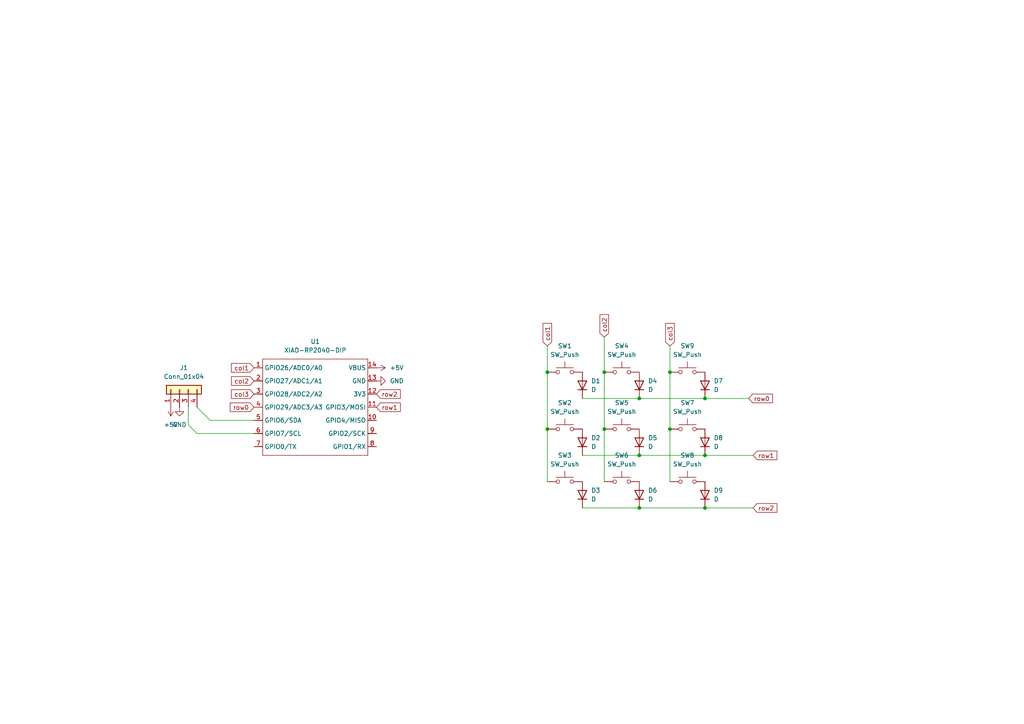
<source format=kicad_sch>
(kicad_sch (version 20250114) (generator "eeschema") (generator_version "9.0")
  (paper "A4")
  (lib_symbols
    (symbol "Connector_Generic:Conn_01x04" (pin_names (offset 1.016) (hide yes))
      (property "Reference" "J" (at 0 5.08 0))
      (property "Value" "Conn_01x04" (at 0 -7.62 0))
      (symbol "Conn_01x04_1_1"
        (rectangle (start -1.27 3.81) (end 1.27 -6.35) (stroke (width 0.254)) (fill (type background)))
        (rectangle (start -1.27 2.667) (end 0 2.413) (stroke (width 0.1524)))
        (rectangle (start -1.27 0.127) (end 0 -0.127) (stroke (width 0.1524)))
        (rectangle (start -1.27 -2.413) (end 0 -2.667) (stroke (width 0.1524)))
        (rectangle (start -1.27 -4.953) (end 0 -5.207) (stroke (width 0.1524)))
        (pin passive line (at -5.08 2.54 0) (length 3.81) (name "Pin_1") (number "1"))
        (pin passive line (at -5.08 0 0) (length 3.81) (name "Pin_2") (number "2"))
        (pin passive line (at -5.08 -2.54 0) (length 3.81) (name "Pin_3") (number "3"))
        (pin passive line (at -5.08 -5.08 0) (length 3.81) (name "Pin_4") (number "4"))
      )
    )
    (symbol "Device:D" (pin_numbers (hide yes)) (pin_names (offset 1.016) (hide yes))
      (property "Reference" "D" (at 0 2.54 0))
      (property "Value" "D" (at 0 -2.54 0))
      (symbol "D_0_1"
        (polyline (pts (xy -1.27 1.27) (xy -1.27 -1.27)) (stroke (width 0.254)))
        (polyline (pts (xy 1.27 1.27) (xy 1.27 -1.27) (xy -1.27 0) (xy 1.27 1.27)) (stroke (width 0.254)))
        (polyline (pts (xy 1.27 0) (xy -1.27 0)))
      )
      (symbol "D_1_1"
        (pin passive line (at -3.81 0 0) (length 2.54) (name "K") (number "1"))
        (pin passive line (at 3.81 0 180) (length 2.54) (name "A") (number "2"))
      )
    )
    (symbol "Seeed_Studio_XIAO_Series:XIAO-RP2040-DIP"
      (property "Reference" "U" (at 0 0 0))
      (property "Value" "XIAO-RP2040-DIP" (at 5.334 -1.778 0))
      (symbol "XIAO-RP2040-DIP_1_0"
        (polyline (pts (xy -1.27 -2.54) (xy 29.21 -2.54)) (stroke (width 0.1524)))
        (polyline (pts (xy -1.27 -5.08) (xy -2.54 -5.08)) (stroke (width 0.1524)))
        (polyline (pts (xy -1.27 -5.08) (xy -1.27 -2.54)) (stroke (width 0.1524)))
        (polyline (pts (xy -1.27 -8.89) (xy -2.54 -8.89)) (stroke (width 0.1524)))
        (polyline (pts (xy -1.27 -8.89) (xy -1.27 -5.08)) (stroke (width 0.1524)))
        (polyline (pts (xy -1.27 -12.7) (xy -2.54 -12.7)) (stroke (width 0.1524)))
        (polyline (pts (xy -1.27 -12.7) (xy -1.27 -8.89)) (stroke (width 0.1524)))
        (polyline (pts (xy -1.27 -16.51) (xy -2.54 -16.51)) (stroke (width 0.1524)))
        (polyline (pts (xy -1.27 -16.51) (xy -1.27 -12.7)) (stroke (width 0.1524)))
        (polyline (pts (xy -1.27 -20.32) (xy -2.54 -20.32)) (stroke (width 0.1524)))
        (polyline (pts (xy -1.27 -24.13) (xy -2.54 -24.13)) (stroke (width 0.1524)))
        (polyline (pts (xy -1.27 -27.94) (xy -2.54 -27.94)) (stroke (width 0.1524)))
        (polyline (pts (xy -1.27 -30.48) (xy -1.27 -16.51)) (stroke (width 0.1524)))
        (polyline (pts (xy 29.21 -2.54) (xy 29.21 -5.08)) (stroke (width 0.1524)))
        (polyline (pts (xy 29.21 -5.08) (xy 29.21 -8.89)) (stroke (width 0.1524)))
        (polyline (pts (xy 29.21 -8.89) (xy 29.21 -12.7)) (stroke (width 0.1524)))
        (polyline (pts (xy 29.21 -12.7) (xy 29.21 -30.48)) (stroke (width 0.1524)))
        (polyline (pts (xy 29.21 -30.48) (xy -1.27 -30.48)) (stroke (width 0.1524)))
        (polyline (pts (xy 30.48 -5.08) (xy 29.21 -5.08)) (stroke (width 0.1524)))
        (polyline (pts (xy 30.48 -8.89) (xy 29.21 -8.89)) (stroke (width 0.1524)))
        (polyline (pts (xy 30.48 -12.7) (xy 29.21 -12.7)) (stroke (width 0.1524)))
        (polyline (pts (xy 30.48 -16.51) (xy 29.21 -16.51)) (stroke (width 0.1524)))
        (polyline (pts (xy 30.48 -20.32) (xy 29.21 -20.32)) (stroke (width 0.1524)))
        (polyline (pts (xy 30.48 -24.13) (xy 29.21 -24.13)) (stroke (width 0.1524)))
        (polyline (pts (xy 30.48 -27.94) (xy 29.21 -27.94)) (stroke (width 0.1524)))
        (pin passive line (at -3.81 -5.08 0) (length 2.54) (name "GPIO26/ADC0/A0") (number "1"))
        (pin passive line (at -3.81 -8.89 0) (length 2.54) (name "GPIO27/ADC1/A1") (number "2"))
        (pin passive line (at -3.81 -12.7 0) (length 2.54) (name "GPIO28/ADC2/A2") (number "3"))
        (pin passive line (at -3.81 -16.51 0) (length 2.54) (name "GPIO29/ADC3/A3") (number "4"))
        (pin passive line (at -3.81 -20.32 0) (length 2.54) (name "GPIO6/SDA") (number "5"))
        (pin passive line (at -3.81 -24.13 0) (length 2.54) (name "GPIO7/SCL") (number "6"))
        (pin passive line (at -3.81 -27.94 0) (length 2.54) (name "GPIO0/TX") (number "7"))
        (pin passive line (at 31.75 -5.08 180) (length 2.54) (name "VBUS") (number "14"))
        (pin passive line (at 31.75 -8.89 180) (length 2.54) (name "GND") (number "13"))
        (pin passive line (at 31.75 -12.7 180) (length 2.54) (name "3V3") (number "12"))
        (pin passive line (at 31.75 -16.51 180) (length 2.54) (name "GPIO3/MOSI") (number "11"))
        (pin passive line (at 31.75 -20.32 180) (length 2.54) (name "GPIO4/MISO") (number "10"))
        (pin passive line (at 31.75 -24.13 180) (length 2.54) (name "GPIO2/SCK") (number "9"))
        (pin passive line (at 31.75 -27.94 180) (length 2.54) (name "GPIO1/RX") (number "8"))
      )
    )
    (symbol "Switch:SW_Push" (pin_numbers (hide yes)) (pin_names (offset 1.016) (hide yes))
      (property "Reference" "SW" (at 1.27 2.54 0))
      (property "Value" "SW_Push" (at 0 -1.524 0))
      (symbol "SW_Push_0_1"
        (circle (center -2.032 0) (radius 0.508))
        (polyline (pts (xy 0 1.27) (xy 0 3.048)))
        (circle (center 2.032 0) (radius 0.508))
        (polyline (pts (xy 2.54 1.27) (xy -2.54 1.27)))
        (pin passive line (at -5.08 0 0) (length 2.54) (name "1") (number "1"))
        (pin passive line (at 5.08 0 180) (length 2.54) (name "2") (number "2"))
      )
    )
    (symbol "power:+5V" (power) (pin_numbers (hide yes)) (pin_names (offset 0) (hide yes))
      (property "Value" "+5V" (at 0 3.556 0))
      (symbol "+5V_0_1"
        (polyline (pts (xy -0.762 1.27) (xy 0 2.54)))
        (polyline (pts (xy 0 2.54) (xy 0.762 1.27)))
        (polyline (pts (xy 0 0) (xy 0 2.54)))
      )
      (symbol "+5V_1_1"
        (pin power_in line (at 0 0 90) (length 0) (name "~") (number "1"))
      )
    )
    (symbol "power:GND" (power) (pin_numbers (hide yes)) (pin_names (offset 0) (hide yes))
      (property "Value" "GND" (at 0 -3.81 0))
      (symbol "GND_0_1"
        (polyline (pts (xy 0 0) (xy 0 -1.27) (xy 1.27 -1.27) (xy 0 -2.54) (xy -1.27 -1.27) (xy 0 -1.27)))
      )
      (symbol "GND_1_1"
        (pin power_in line (at 0 0 270) (length 0) (name "~") (number "1"))
      )
    )
  )
  (junction (at 185.42 132.08))
  (junction (at 204.47 115.57))
  (junction (at 158.75 124.46))
  (junction (at 204.47 132.08))
  (junction (at 158.75 107.95))
  (junction (at 175.26 107.95))
  (junction (at 175.26 124.46))
  (junction (at 185.42 147.32))
  (junction (at 194.31 107.95))
  (junction (at 185.42 115.57))
  (junction (at 194.31 124.46))
  (junction (at 204.47 147.32))
  (wire (pts (xy 54.61 118.11) (xy 54.61 123.19)))
  (wire (pts (xy 175.26 124.46) (xy 175.26 139.7)))
  (wire (pts (xy 60.96 121.92) (xy 57.15 118.11)))
  (wire (pts (xy 168.91 147.32) (xy 185.42 147.32)))
  (wire (pts (xy 185.42 132.08) (xy 204.47 132.08)))
  (wire (pts (xy 194.31 100.33) (xy 194.31 107.95)))
  (wire (pts (xy 185.42 115.57) (xy 204.47 115.57)))
  (wire (pts (xy 185.42 147.32) (xy 204.47 147.32)))
  (wire (pts (xy 158.75 100.33) (xy 158.75 107.95)))
  (wire (pts (xy 194.31 124.46) (xy 194.31 139.7)))
  (wire (pts (xy 158.75 107.95) (xy 158.75 124.46)))
  (wire (pts (xy 73.66 121.92) (xy 60.96 121.92)))
  (wire (pts (xy 57.15 125.73) (xy 73.66 125.73)))
  (wire (pts (xy 175.26 97.79) (xy 175.26 107.95)))
  (wire (pts (xy 194.31 107.95) (xy 194.31 124.46)))
  (wire (pts (xy 54.61 123.19) (xy 57.15 125.73)))
  (wire (pts (xy 204.47 132.08) (xy 218.44 132.08)))
  (wire (pts (xy 168.91 132.08) (xy 185.42 132.08)))
  (wire (pts (xy 158.75 124.46) (xy 158.75 139.7)))
  (wire (pts (xy 168.91 115.57) (xy 185.42 115.57)))
  (wire (pts (xy 175.26 107.95) (xy 175.26 124.46)))
  (wire (pts (xy 204.47 115.57) (xy 217.17 115.57)))
  (wire (pts (xy 204.47 147.32) (xy 218.44 147.32)))
  (global_label "row2" (shape input) (at 218.44 147.32 0) (property "Intersheetrefs" "${INTERSHEET_REFS}" (effects (hide yes))))
  (global_label "col3" (shape input) (at 194.31 100.33 90) (property "Intersheetrefs" "${INTERSHEET_REFS}" (effects (hide yes))))
  (global_label "col2" (shape input) (at 73.66 110.49 180) (property "Intersheetrefs" "${INTERSHEET_REFS}" (effects (hide yes))))
  (global_label "row1" (shape input) (at 218.44 132.08 0) (property "Intersheetrefs" "${INTERSHEET_REFS}" (effects (hide yes))))
  (global_label "row2" (shape input) (at 109.22 114.3 0) (property "Intersheetrefs" "${INTERSHEET_REFS}" (effects (hide yes))))
  (global_label "row0" (shape input) (at 73.66 118.11 180) (property "Intersheetrefs" "${INTERSHEET_REFS}" (effects (hide yes))))
  (global_label "row0" (shape input) (at 217.17 115.57 0) (property "Intersheetrefs" "${INTERSHEET_REFS}" (effects (hide yes))))
  (global_label "col1" (shape input) (at 73.66 106.68 180) (property "Intersheetrefs" "${INTERSHEET_REFS}" (effects (hide yes))))
  (global_label "col1" (shape input) (at 158.75 100.33 90) (property "Intersheetrefs" "${INTERSHEET_REFS}" (effects (hide yes))))
  (global_label "col3" (shape input) (at 73.66 114.3 180) (property "Intersheetrefs" "${INTERSHEET_REFS}" (effects (hide yes))))
  (global_label "col2" (shape input) (at 175.26 97.79 90) (property "Intersheetrefs" "${INTERSHEET_REFS}" (effects (hide yes))))
  (global_label "row1" (shape input) (at 109.22 118.11 0) (property "Intersheetrefs" "${INTERSHEET_REFS}" (effects (hide yes))))
  (symbol (lib_id "power:GND") (at 109.22 110.49 90) (unit 1)
    (property "Reference" "#PWR02" (effects (hide yes)))
    (property "Value" "GND" (at 113.03 110.4899 90) (effects (justify right)))
    (property "Description" "Power symbol creates a global label with name \"GND\" , ground" (effects (hide yes)))
  )
  (symbol (lib_id "Device:D") (at 168.91 128.27 90) (unit 1)
    (property "Reference" "D2" (at 171.45 126.9999 90) (effects (justify right)))
    (property "Value" "D" (at 171.45 129.5399 90) (effects (justify right)))
    (property "Footprint" "Diode_THT:D_DO-35_SOD27_P7.62mm_Horizontal" (effects (hide yes)))
    (property "Description" "Diode" (effects (hide yes)))
    (property "Sim.Device" "D" (effects (hide yes)))
    (property "Sim.Pins" "1=K 2=A" (effects (hide yes)))
  )
  (symbol (lib_id "Switch:SW_Push") (at 180.34 124.46 0) (unit 1)
    (property "Reference" "SW5" (at 180.34 116.84 0))
    (property "Value" "SW_Push" (at 180.34 119.38 0))
    (property "Footprint" "Button_Switch_Keyboard:SW_Cherry_MX_1.00u_PCB" (effects (hide yes)))
    (property "Description" "Push button switch, generic, two pins" (effects (hide yes)))
  )
  (symbol (lib_id "Switch:SW_Push") (at 163.83 107.95 0) (unit 1)
    (property "Reference" "SW1" (at 163.83 100.33 0))
    (property "Value" "SW_Push" (at 163.83 102.87 0))
    (property "Footprint" "Button_Switch_Keyboard:SW_Cherry_MX_1.00u_PCB" (effects (hide yes)))
    (property "Description" "Push button switch, generic, two pins" (effects (hide yes)))
  )
  (symbol (lib_id "Switch:SW_Push") (at 199.39 139.7 0) (unit 1)
    (property "Reference" "SW8" (at 199.39 132.08 0))
    (property "Value" "SW_Push" (at 199.39 134.62 0))
    (property "Footprint" "Button_Switch_Keyboard:SW_Cherry_MX_1.00u_PCB" (effects (hide yes)))
    (property "Description" "Push button switch, generic, two pins" (effects (hide yes)))
  )
  (symbol (lib_id "Device:D") (at 168.91 111.76 90) (unit 1)
    (property "Reference" "D1" (at 171.45 110.4899 90) (effects (justify right)))
    (property "Value" "D" (at 171.45 113.0299 90) (effects (justify right)))
    (property "Footprint" "Diode_THT:D_DO-35_SOD27_P7.62mm_Horizontal" (effects (hide yes)))
    (property "Description" "Diode" (effects (hide yes)))
    (property "Sim.Device" "D" (effects (hide yes)))
    (property "Sim.Pins" "1=K 2=A" (effects (hide yes)))
  )
  (symbol (lib_id "Device:D") (at 185.42 128.27 90) (unit 1)
    (property "Reference" "D5" (at 187.96 126.9999 90) (effects (justify right)))
    (property "Value" "D" (at 187.96 129.5399 90) (effects (justify right)))
    (property "Footprint" "Diode_THT:D_DO-35_SOD27_P7.62mm_Horizontal" (effects (hide yes)))
    (property "Description" "Diode" (effects (hide yes)))
    (property "Sim.Device" "D" (effects (hide yes)))
    (property "Sim.Pins" "1=K 2=A" (effects (hide yes)))
  )
  (symbol (lib_id "Switch:SW_Push") (at 180.34 107.95 0) (unit 1)
    (property "Reference" "SW4" (at 180.34 100.33 0))
    (property "Value" "SW_Push" (at 180.34 102.87 0))
    (property "Footprint" "Button_Switch_Keyboard:SW_Cherry_MX_1.00u_PCB" (effects (hide yes)))
    (property "Description" "Push button switch, generic, two pins" (effects (hide yes)))
  )
  (symbol (lib_id "Connector_Generic:Conn_01x04") (at 52.07 113.03 90) (unit 1)
    (property "Reference" "J1" (at 53.34 106.68 90))
    (property "Value" "Conn_01x04" (at 53.34 109.22 90))
    (property "Footprint" "Connector_PinSocket_2.54mm:PinSocket_1x04_P2.54mm_Vertical" (effects (hide yes)))
    (property "Description" "Generic connector, single row, 01x04, script generated (kicad-library-utils/schlib/autogen/connector/)" (effects (hide yes)))
  )
  (symbol (lib_id "Device:D") (at 168.91 143.51 90) (unit 1)
    (property "Reference" "D3" (at 171.45 142.2399 90) (effects (justify right)))
    (property "Value" "D" (at 171.45 144.7799 90) (effects (justify right)))
    (property "Footprint" "Diode_THT:D_DO-35_SOD27_P7.62mm_Horizontal" (effects (hide yes)))
    (property "Description" "Diode" (effects (hide yes)))
    (property "Sim.Device" "D" (effects (hide yes)))
    (property "Sim.Pins" "1=K 2=A" (effects (hide yes)))
  )
  (symbol (lib_id "Device:D") (at 204.47 111.76 90) (unit 1)
    (property "Reference" "D7" (at 207.01 110.4899 90) (effects (justify right)))
    (property "Value" "D" (at 207.01 113.0299 90) (effects (justify right)))
    (property "Footprint" "Diode_THT:D_DO-35_SOD27_P7.62mm_Horizontal" (effects (hide yes)))
    (property "Description" "Diode" (effects (hide yes)))
    (property "Sim.Device" "D" (effects (hide yes)))
    (property "Sim.Pins" "1=K 2=A" (effects (hide yes)))
  )
  (symbol (lib_id "power:+5V") (at 109.22 106.68 270) (unit 1)
    (property "Reference" "#PWR01" (effects (hide yes)))
    (property "Value" "+5V" (at 113.03 106.6799 90) (effects (justify left)))
    (property "Description" "Power symbol creates a global label with name \"+5V\"" (effects (hide yes)))
  )
  (symbol (lib_id "Switch:SW_Push") (at 180.34 139.7 0) (unit 1)
    (property "Reference" "SW6" (at 180.34 132.08 0))
    (property "Value" "SW_Push" (at 180.34 134.62 0))
    (property "Footprint" "Button_Switch_Keyboard:SW_Cherry_MX_1.00u_PCB" (effects (hide yes)))
    (property "Description" "Push button switch, generic, two pins" (effects (hide yes)))
  )
  (symbol (lib_id "power:+5V") (at 49.53 118.11 180) (unit 1)
    (property "Reference" "#PWR03" (effects (hide yes)))
    (property "Value" "+5V" (at 49.53 123.19 0))
    (property "Description" "Power symbol creates a global label with name \"+5V\"" (effects (hide yes)))
  )
  (symbol (lib_id "Device:D") (at 204.47 143.51 90) (unit 1)
    (property "Reference" "D9" (at 207.01 142.2399 90) (effects (justify right)))
    (property "Value" "D" (at 207.01 144.7799 90) (effects (justify right)))
    (property "Footprint" "Diode_THT:D_DO-35_SOD27_P7.62mm_Horizontal" (effects (hide yes)))
    (property "Description" "Diode" (effects (hide yes)))
    (property "Sim.Device" "D" (effects (hide yes)))
    (property "Sim.Pins" "1=K 2=A" (effects (hide yes)))
  )
  (symbol (lib_id "Switch:SW_Push") (at 199.39 107.95 0) (unit 1)
    (property "Reference" "SW9" (at 199.39 100.33 0))
    (property "Value" "SW_Push" (at 199.39 102.87 0))
    (property "Footprint" "Button_Switch_Keyboard:SW_Cherry_MX_1.00u_PCB" (effects (hide yes)))
    (property "Description" "Push button switch, generic, two pins" (effects (hide yes)))
  )
  (symbol (lib_id "Switch:SW_Push") (at 199.39 124.46 0) (unit 1)
    (property "Reference" "SW7" (at 199.39 116.84 0))
    (property "Value" "SW_Push" (at 199.39 119.38 0))
    (property "Footprint" "Button_Switch_Keyboard:SW_Cherry_MX_1.00u_PCB" (effects (hide yes)))
    (property "Description" "Push button switch, generic, two pins" (effects (hide yes)))
  )
  (symbol (lib_id "Device:D") (at 185.42 111.76 90) (unit 1)
    (property "Reference" "D4" (at 187.96 110.4899 90) (effects (justify right)))
    (property "Value" "D" (at 187.96 113.0299 90) (effects (justify right)))
    (property "Footprint" "Diode_THT:D_DO-35_SOD27_P7.62mm_Horizontal" (effects (hide yes)))
    (property "Description" "Diode" (effects (hide yes)))
    (property "Sim.Device" "D" (effects (hide yes)))
    (property "Sim.Pins" "1=K 2=A" (effects (hide yes)))
  )
  (symbol (lib_id "power:GND") (at 52.07 118.11 0) (unit 1)
    (property "Reference" "#PWR04" (effects (hide yes)))
    (property "Value" "GND" (at 52.07 123.19 0))
    (property "Description" "Power symbol creates a global label with name \"GND\" , ground" (effects (hide yes)))
  )
  (symbol (lib_id "Seeed_Studio_XIAO_Series:XIAO-RP2040-DIP") (at 77.47 101.6 0) (unit 1)
    (property "Reference" "U1" (at 91.44 99.06 0))
    (property "Value" "XIAO-RP2040-DIP" (at 91.44 101.6 0))
    (property "Footprint" "seeed:XIAO-RP2040-DIP" (effects (hide yes)))
  )
  (symbol (lib_id "Device:D") (at 204.47 128.27 90) (unit 1)
    (property "Reference" "D8" (at 207.01 126.9999 90) (effects (justify right)))
    (property "Value" "D" (at 207.01 129.5399 90) (effects (justify right)))
    (property "Footprint" "Diode_THT:D_DO-35_SOD27_P7.62mm_Horizontal" (effects (hide yes)))
    (property "Description" "Diode" (effects (hide yes)))
    (property "Sim.Device" "D" (effects (hide yes)))
    (property "Sim.Pins" "1=K 2=A" (effects (hide yes)))
  )
  (symbol (lib_id "Switch:SW_Push") (at 163.83 139.7 0) (unit 1)
    (property "Reference" "SW3" (at 163.83 132.08 0))
    (property "Value" "SW_Push" (at 163.83 134.62 0))
    (property "Footprint" "Button_Switch_Keyboard:SW_Cherry_MX_1.00u_PCB" (effects (hide yes)))
    (property "Description" "Push button switch, generic, two pins" (effects (hide yes)))
  )
  (symbol (lib_id "Device:D") (at 185.42 143.51 90) (unit 1)
    (property "Reference" "D6" (at 187.96 142.2399 90) (effects (justify right)))
    (property "Value" "D" (at 187.96 144.7799 90) (effects (justify right)))
    (property "Footprint" "Diode_THT:D_DO-35_SOD27_P7.62mm_Horizontal" (effects (hide yes)))
    (property "Description" "Diode" (effects (hide yes)))
    (property "Sim.Device" "D" (effects (hide yes)))
    (property "Sim.Pins" "1=K 2=A" (effects (hide yes)))
  )
  (symbol (lib_id "Switch:SW_Push") (at 163.83 124.46 0) (unit 1)
    (property "Reference" "SW2" (at 163.83 116.84 0))
    (property "Value" "SW_Push" (at 163.83 119.38 0))
    (property "Footprint" "Button_Switch_Keyboard:SW_Cherry_MX_1.00u_PCB" (effects (hide yes)))
    (property "Description" "Push button switch, generic, two pins" (effects (hide yes)))
  )
)
</source>
